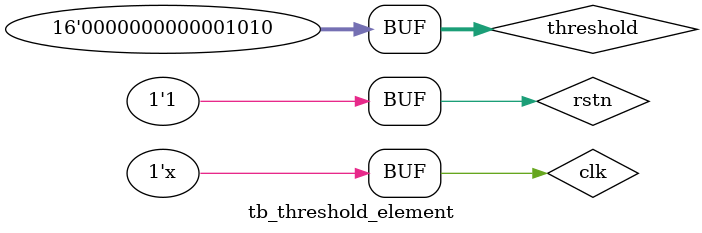
<source format=v>
`timescale 1ns / 1ps
module tb_threshold_element;
  reg clk;
  reg rstn;
  reg signed [15:0] membrane_potential = 0;
  reg signed [15:0] threshold = 10;
  wire spike;

  threshold_element te (
    .membrane_potential (membrane_potential),
    .threshold (threshold),
    .spike (spike)
  );

  always #1 clk = ~clk;

  always @ (posedge clk) begin
    membrane_potential <= membrane_potential + 1;
  end

  initial begin
    clk <= 0;
    rstn <= 0;
    #2 rstn <= 1;
  end

endmodule
</source>
